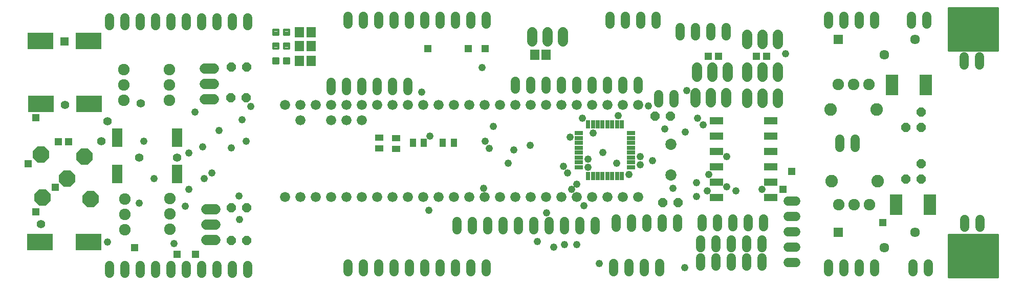
<source format=gts>
G75*
%MOIN*%
%OFA0B0*%
%FSLAX25Y25*%
%IPPOS*%
%LPD*%
%AMOC8*
5,1,8,0,0,1.08239X$1,22.5*
%
%ADD10C,0.01600*%
%ADD11OC8,0.06000*%
%ADD12C,0.06800*%
%ADD13OC8,0.10800*%
%ADD14R,0.08700X0.05100*%
%ADD15C,0.06600*%
%ADD16C,0.07550*%
%ADD17R,0.05800X0.03000*%
%ADD18R,0.03000X0.05800*%
%ADD19C,0.07300*%
%ADD20C,0.06000*%
%ADD21R,0.16548X0.10643*%
%ADD22R,0.06981X0.11902*%
%ADD23R,0.03950X0.05524*%
%ADD24R,0.05524X0.03950*%
%ADD25R,0.06343X0.06343*%
%ADD26C,0.06343*%
%ADD27R,0.07887X0.13398*%
%ADD28C,0.08200*%
%ADD29R,0.05918X0.06706*%
%ADD30C,0.01421*%
%ADD31R,0.02769X0.13792*%
%ADD32R,0.02375X0.02769*%
%ADD33R,0.05918X0.13792*%
%ADD34R,0.04737X0.05131*%
%ADD35R,0.05131X0.04737*%
%ADD36C,0.04762*%
%ADD37R,0.04762X0.04762*%
%ADD38C,0.05550*%
%ADD39R,0.05550X0.05550*%
%ADD40R,0.03900X0.03900*%
%ADD41C,0.03900*%
D10*
X0719526Y0125902D02*
X0751022Y0125902D01*
X0751022Y0153461D01*
X0719526Y0153461D01*
X0719526Y0125902D01*
X0719526Y0127130D02*
X0751022Y0127130D01*
X0751022Y0128729D02*
X0719526Y0128729D01*
X0719526Y0130327D02*
X0751022Y0130327D01*
X0751022Y0131926D02*
X0719526Y0131926D01*
X0719526Y0133524D02*
X0751022Y0133524D01*
X0751022Y0135123D02*
X0719526Y0135123D01*
X0719526Y0136721D02*
X0751022Y0136721D01*
X0751022Y0138320D02*
X0719526Y0138320D01*
X0719526Y0139918D02*
X0751022Y0139918D01*
X0751022Y0141517D02*
X0719526Y0141517D01*
X0719526Y0143115D02*
X0751022Y0143115D01*
X0751022Y0144714D02*
X0719526Y0144714D01*
X0719526Y0146312D02*
X0751022Y0146312D01*
X0751022Y0147911D02*
X0719526Y0147911D01*
X0719526Y0149509D02*
X0751022Y0149509D01*
X0751022Y0151108D02*
X0719526Y0151108D01*
X0719526Y0152706D02*
X0751022Y0152706D01*
X0751022Y0273539D02*
X0719526Y0273539D01*
X0719526Y0301098D01*
X0751022Y0301098D01*
X0751022Y0273539D01*
X0751022Y0274193D02*
X0719526Y0274193D01*
X0719526Y0275792D02*
X0751022Y0275792D01*
X0751022Y0277390D02*
X0719526Y0277390D01*
X0719526Y0278989D02*
X0751022Y0278989D01*
X0751022Y0280587D02*
X0719526Y0280587D01*
X0719526Y0282186D02*
X0751022Y0282186D01*
X0751022Y0283784D02*
X0719526Y0283784D01*
X0719526Y0285383D02*
X0751022Y0285383D01*
X0751022Y0286981D02*
X0719526Y0286981D01*
X0719526Y0288580D02*
X0751022Y0288580D01*
X0751022Y0290178D02*
X0719526Y0290178D01*
X0719526Y0291777D02*
X0751022Y0291777D01*
X0751022Y0293375D02*
X0719526Y0293375D01*
X0719526Y0294974D02*
X0751022Y0294974D01*
X0751022Y0296572D02*
X0719526Y0296572D01*
X0719526Y0298171D02*
X0751022Y0298171D01*
X0751022Y0299769D02*
X0719526Y0299769D01*
D11*
X0701396Y0233264D03*
X0701396Y0223264D03*
X0691396Y0223264D03*
X0701396Y0199799D03*
X0701396Y0189799D03*
X0691396Y0189799D03*
X0543148Y0174209D03*
X0533148Y0174209D03*
X0538089Y0230665D03*
X0528089Y0230665D03*
X0261573Y0242634D03*
X0251573Y0242634D03*
X0251967Y0262594D03*
X0261967Y0262594D03*
X0261967Y0171020D03*
X0251967Y0171020D03*
X0251967Y0149681D03*
X0261967Y0149681D03*
D12*
X0241581Y0149988D02*
X0235581Y0149988D01*
X0235581Y0159988D02*
X0241581Y0159988D01*
X0241581Y0169988D02*
X0235581Y0169988D01*
X0234793Y0241650D02*
X0240793Y0241650D01*
X0240793Y0251650D02*
X0234793Y0251650D01*
X0234793Y0261650D02*
X0240793Y0261650D01*
X0448112Y0279382D02*
X0448112Y0285382D01*
X0458112Y0285382D02*
X0458112Y0279382D01*
X0468112Y0279382D02*
X0468112Y0285382D01*
X0555297Y0262374D02*
X0555297Y0256374D01*
X0565297Y0256374D02*
X0565297Y0262374D01*
X0575297Y0262374D02*
X0575297Y0256374D01*
X0587974Y0256453D02*
X0587974Y0262453D01*
X0597974Y0262453D02*
X0597974Y0256453D01*
X0607974Y0256453D02*
X0607974Y0262453D01*
X0608100Y0277835D02*
X0608100Y0283835D01*
X0598100Y0283835D02*
X0598100Y0277835D01*
X0588100Y0277835D02*
X0588100Y0283835D01*
X0587974Y0245366D02*
X0587974Y0239366D01*
X0597974Y0239366D02*
X0597974Y0245366D01*
X0607974Y0245366D02*
X0607974Y0239366D01*
X0574510Y0239681D02*
X0574510Y0245681D01*
X0564510Y0245681D02*
X0564510Y0239681D01*
X0554510Y0239681D02*
X0554510Y0245681D01*
D13*
X0160510Y0176807D03*
X0145116Y0189878D03*
X0129014Y0177516D03*
X0128069Y0205665D03*
X0156415Y0204484D03*
D14*
X0567889Y0207634D03*
X0567889Y0217634D03*
X0567889Y0227634D03*
X0603289Y0227634D03*
X0603289Y0217634D03*
X0603289Y0207634D03*
X0603289Y0197634D03*
X0603289Y0187634D03*
X0603289Y0177634D03*
X0567889Y0177634D03*
X0567889Y0187634D03*
X0567889Y0197634D03*
D15*
X0517100Y0177862D03*
X0507100Y0177862D03*
X0497100Y0177862D03*
X0487100Y0177862D03*
X0477100Y0177862D03*
X0467100Y0177862D03*
X0457100Y0177862D03*
X0447100Y0177862D03*
X0437100Y0177862D03*
X0427100Y0177862D03*
X0417100Y0177862D03*
X0407100Y0177862D03*
X0397100Y0177862D03*
X0387100Y0177862D03*
X0377100Y0177862D03*
X0367100Y0177862D03*
X0357100Y0177862D03*
X0347100Y0177862D03*
X0337100Y0177862D03*
X0327100Y0177862D03*
X0317100Y0177862D03*
X0307100Y0177862D03*
X0297100Y0177862D03*
X0287100Y0177862D03*
X0297100Y0227862D03*
X0297100Y0237862D03*
X0287100Y0237862D03*
X0307100Y0237862D03*
X0317100Y0237862D03*
X0327100Y0237862D03*
X0337100Y0237862D03*
X0347100Y0237862D03*
X0357100Y0237862D03*
X0367100Y0237862D03*
X0377100Y0237862D03*
X0387100Y0237862D03*
X0397100Y0237862D03*
X0407100Y0237862D03*
X0417100Y0237862D03*
X0427100Y0237862D03*
X0437100Y0237862D03*
X0447100Y0237862D03*
X0457100Y0237862D03*
X0467100Y0237862D03*
X0477100Y0237862D03*
X0487100Y0237862D03*
X0497100Y0237862D03*
X0507100Y0237862D03*
X0517100Y0237862D03*
X0337100Y0227862D03*
X0327100Y0227862D03*
X0317100Y0227862D03*
D16*
X0211793Y0240941D03*
X0211793Y0250941D03*
X0211793Y0260941D03*
X0181998Y0260862D03*
X0181998Y0250862D03*
X0181998Y0240862D03*
X0182675Y0176650D03*
X0182675Y0166650D03*
X0182675Y0156650D03*
X0212085Y0157043D03*
X0212085Y0167043D03*
X0212085Y0177043D03*
X0647852Y0173146D03*
X0657852Y0173146D03*
X0667852Y0173146D03*
X0667360Y0251394D03*
X0657360Y0251394D03*
X0647360Y0251394D03*
D17*
X0512323Y0219531D03*
X0512323Y0216382D03*
X0512323Y0213232D03*
X0512323Y0210083D03*
X0512323Y0206933D03*
X0512323Y0203783D03*
X0512323Y0200634D03*
X0512323Y0197484D03*
X0478523Y0197484D03*
X0478523Y0200634D03*
X0478523Y0203783D03*
X0478523Y0206933D03*
X0478523Y0210083D03*
X0478523Y0213232D03*
X0478523Y0216382D03*
X0478523Y0219531D03*
D18*
X0484400Y0225408D03*
X0487549Y0225408D03*
X0490699Y0225408D03*
X0493848Y0225408D03*
X0496998Y0225408D03*
X0500148Y0225408D03*
X0503297Y0225408D03*
X0506447Y0225408D03*
X0506447Y0191608D03*
X0503297Y0191608D03*
X0500148Y0191608D03*
X0496998Y0191608D03*
X0493848Y0191608D03*
X0490699Y0191608D03*
X0487549Y0191608D03*
X0484400Y0191608D03*
D19*
X0538435Y0192185D03*
X0538435Y0212185D03*
D20*
X0172557Y0133423D02*
X0172557Y0128223D01*
X0182557Y0128223D02*
X0182557Y0133423D01*
X0192557Y0133423D02*
X0192557Y0128223D01*
X0202557Y0128223D02*
X0202557Y0133423D01*
X0212557Y0133423D02*
X0212557Y0128223D01*
X0222557Y0128223D02*
X0222557Y0133423D01*
X0232557Y0133423D02*
X0232557Y0128223D01*
X0242557Y0128223D02*
X0242557Y0133423D01*
X0252557Y0133423D02*
X0252557Y0128223D01*
X0262557Y0128223D02*
X0262557Y0133423D01*
X0328069Y0134407D02*
X0328069Y0129207D01*
X0338069Y0129207D02*
X0338069Y0134407D01*
X0348069Y0134407D02*
X0348069Y0129207D01*
X0358069Y0129207D02*
X0358069Y0134407D01*
X0368069Y0134407D02*
X0368069Y0129207D01*
X0378069Y0129207D02*
X0378069Y0134407D01*
X0388069Y0134407D02*
X0388069Y0129207D01*
X0398069Y0129207D02*
X0398069Y0134407D01*
X0408069Y0134407D02*
X0408069Y0129207D01*
X0418069Y0129207D02*
X0418069Y0134407D01*
X0418935Y0156766D02*
X0418935Y0161966D01*
X0408935Y0161966D02*
X0408935Y0156766D01*
X0398935Y0156766D02*
X0398935Y0161966D01*
X0428935Y0161966D02*
X0428935Y0156766D01*
X0438935Y0156766D02*
X0438935Y0161966D01*
X0448935Y0161966D02*
X0448935Y0156766D01*
X0458935Y0156766D02*
X0458935Y0161966D01*
X0468935Y0161966D02*
X0468935Y0156766D01*
X0478935Y0156766D02*
X0478935Y0161966D01*
X0488935Y0161966D02*
X0488935Y0156766D01*
X0502872Y0158490D02*
X0502872Y0163690D01*
X0512872Y0163690D02*
X0512872Y0158490D01*
X0522872Y0158490D02*
X0522872Y0163690D01*
X0532872Y0163690D02*
X0532872Y0158490D01*
X0542872Y0158490D02*
X0542872Y0163690D01*
X0558667Y0163738D02*
X0558667Y0158538D01*
X0568667Y0158538D02*
X0568667Y0163738D01*
X0578667Y0163738D02*
X0578667Y0158538D01*
X0588667Y0158538D02*
X0588667Y0163738D01*
X0598667Y0163738D02*
X0598667Y0158538D01*
X0614563Y0155429D02*
X0619763Y0155429D01*
X0619763Y0145429D02*
X0614563Y0145429D01*
X0597793Y0144955D02*
X0597793Y0150155D01*
X0587793Y0150155D02*
X0587793Y0144955D01*
X0587793Y0138344D02*
X0587793Y0133144D01*
X0597793Y0133144D02*
X0597793Y0138344D01*
X0614563Y0135429D02*
X0619763Y0135429D01*
X0640963Y0134407D02*
X0640963Y0129207D01*
X0650963Y0129207D02*
X0650963Y0134407D01*
X0660963Y0134407D02*
X0660963Y0129207D01*
X0670963Y0129207D02*
X0670963Y0134407D01*
X0696081Y0134407D02*
X0696081Y0129207D01*
X0706081Y0129207D02*
X0706081Y0134407D01*
X0729545Y0158243D02*
X0729545Y0163443D01*
X0739545Y0163443D02*
X0739545Y0158243D01*
X0658344Y0210408D02*
X0658344Y0215608D01*
X0648344Y0215608D02*
X0648344Y0210408D01*
X0619763Y0175429D02*
X0614563Y0175429D01*
X0614563Y0165429D02*
X0619763Y0165429D01*
X0577793Y0150155D02*
X0577793Y0144955D01*
X0567793Y0144955D02*
X0567793Y0150155D01*
X0557793Y0150155D02*
X0557793Y0144955D01*
X0557793Y0138344D02*
X0557793Y0133144D01*
X0567793Y0133144D02*
X0567793Y0138344D01*
X0577793Y0138344D02*
X0577793Y0133144D01*
X0530938Y0134607D02*
X0530938Y0129407D01*
X0520938Y0129407D02*
X0520938Y0134607D01*
X0510938Y0134607D02*
X0510938Y0129407D01*
X0500938Y0129407D02*
X0500938Y0134607D01*
X0530234Y0239443D02*
X0530234Y0244643D01*
X0517203Y0248302D02*
X0517203Y0253502D01*
X0507203Y0253502D02*
X0507203Y0248302D01*
X0497203Y0248302D02*
X0497203Y0253502D01*
X0487203Y0253502D02*
X0487203Y0248302D01*
X0477203Y0248302D02*
X0477203Y0253502D01*
X0467203Y0253502D02*
X0467203Y0248302D01*
X0457203Y0248302D02*
X0457203Y0253502D01*
X0447203Y0253502D02*
X0447203Y0248302D01*
X0437203Y0248302D02*
X0437203Y0253502D01*
X0367065Y0252517D02*
X0367065Y0247317D01*
X0357065Y0247317D02*
X0357065Y0252517D01*
X0347065Y0252517D02*
X0347065Y0247317D01*
X0337065Y0247317D02*
X0337065Y0252517D01*
X0327065Y0252517D02*
X0327065Y0247317D01*
X0317065Y0247317D02*
X0317065Y0252517D01*
X0328069Y0290624D02*
X0328069Y0295824D01*
X0338069Y0295824D02*
X0338069Y0290624D01*
X0348069Y0290624D02*
X0348069Y0295824D01*
X0358069Y0295824D02*
X0358069Y0290624D01*
X0368069Y0290624D02*
X0368069Y0295824D01*
X0378069Y0295824D02*
X0378069Y0290624D01*
X0388069Y0290624D02*
X0388069Y0295824D01*
X0398069Y0295824D02*
X0398069Y0290624D01*
X0408069Y0290624D02*
X0408069Y0295824D01*
X0418069Y0295824D02*
X0418069Y0290624D01*
X0498738Y0290624D02*
X0498738Y0295824D01*
X0508738Y0295824D02*
X0508738Y0290624D01*
X0518738Y0290624D02*
X0518738Y0295824D01*
X0528738Y0295824D02*
X0528738Y0290624D01*
X0544211Y0288210D02*
X0544211Y0283010D01*
X0554211Y0283010D02*
X0554211Y0288210D01*
X0564211Y0288210D02*
X0564211Y0283010D01*
X0574211Y0283010D02*
X0574211Y0288210D01*
X0640963Y0290624D02*
X0640963Y0295824D01*
X0650963Y0295824D02*
X0650963Y0290624D01*
X0660963Y0290624D02*
X0660963Y0295824D01*
X0670963Y0295824D02*
X0670963Y0290624D01*
X0695077Y0290624D02*
X0695077Y0295824D01*
X0705077Y0295824D02*
X0705077Y0290624D01*
X0729526Y0269250D02*
X0729526Y0264050D01*
X0739526Y0264050D02*
X0739526Y0269250D01*
X0540234Y0244643D02*
X0540234Y0239443D01*
X0262557Y0289640D02*
X0262557Y0294840D01*
X0252557Y0294840D02*
X0252557Y0289640D01*
X0242557Y0289640D02*
X0242557Y0294840D01*
X0232557Y0294840D02*
X0232557Y0289640D01*
X0222557Y0289640D02*
X0222557Y0294840D01*
X0212557Y0294840D02*
X0212557Y0289640D01*
X0202557Y0289640D02*
X0202557Y0294840D01*
X0192557Y0294840D02*
X0192557Y0289640D01*
X0182557Y0289640D02*
X0182557Y0294840D01*
X0172557Y0294840D02*
X0172557Y0289640D01*
D21*
X0159156Y0279642D03*
X0127659Y0279642D03*
X0128022Y0238547D03*
X0159518Y0238547D03*
X0158959Y0148539D03*
X0127463Y0148539D03*
D22*
X0177746Y0192972D03*
X0216801Y0192972D03*
X0216801Y0216831D03*
X0177746Y0216831D03*
D23*
X0370321Y0213461D03*
X0377407Y0213461D03*
X0389833Y0213461D03*
X0396919Y0213461D03*
D24*
X0359329Y0216413D03*
X0348423Y0216665D03*
X0348423Y0209579D03*
X0359329Y0209327D03*
D25*
X0647380Y0154858D03*
X0647380Y0280843D03*
D26*
X0677380Y0270843D03*
X0697380Y0280843D03*
X0697380Y0154858D03*
X0677380Y0144858D03*
D27*
X0684880Y0173146D03*
X0706927Y0173146D03*
X0704467Y0250902D03*
X0682419Y0250902D03*
D28*
X0672518Y0235154D03*
X0642518Y0235154D03*
X0643010Y0188402D03*
X0673010Y0188402D03*
D29*
X0457026Y0270587D03*
X0449545Y0270587D03*
X0303974Y0266650D03*
X0296494Y0266650D03*
X0296494Y0276492D03*
X0303974Y0276492D03*
X0303974Y0285350D03*
X0296494Y0285350D03*
D30*
X0289597Y0287008D02*
X0289597Y0283692D01*
X0286281Y0283692D01*
X0286281Y0287008D01*
X0289597Y0287008D01*
X0289597Y0285112D02*
X0286281Y0285112D01*
X0286281Y0286532D02*
X0289597Y0286532D01*
X0282691Y0287008D02*
X0282691Y0283692D01*
X0279375Y0283692D01*
X0279375Y0287008D01*
X0282691Y0287008D01*
X0282691Y0285112D02*
X0279375Y0285112D01*
X0279375Y0286532D02*
X0282691Y0286532D01*
X0282691Y0278150D02*
X0282691Y0274834D01*
X0279375Y0274834D01*
X0279375Y0278150D01*
X0282691Y0278150D01*
X0282691Y0276254D02*
X0279375Y0276254D01*
X0279375Y0277674D02*
X0282691Y0277674D01*
X0289597Y0278150D02*
X0289597Y0274834D01*
X0286281Y0274834D01*
X0286281Y0278150D01*
X0289597Y0278150D01*
X0289597Y0276254D02*
X0286281Y0276254D01*
X0286281Y0277674D02*
X0289597Y0277674D01*
X0289597Y0268308D02*
X0289597Y0264992D01*
X0286281Y0264992D01*
X0286281Y0268308D01*
X0289597Y0268308D01*
X0289597Y0266412D02*
X0286281Y0266412D01*
X0286281Y0267832D02*
X0289597Y0267832D01*
X0282691Y0268308D02*
X0282691Y0264992D01*
X0279375Y0264992D01*
X0279375Y0268308D01*
X0282691Y0268308D01*
X0282691Y0266412D02*
X0279375Y0266412D01*
X0279375Y0267832D02*
X0282691Y0267832D01*
D31*
X0728876Y0288303D03*
X0740687Y0288303D03*
X0740687Y0138697D03*
X0728876Y0138697D03*
D32*
X0727498Y0138697D03*
X0742065Y0138697D03*
X0742065Y0288303D03*
X0727498Y0288303D03*
D33*
X0734781Y0288303D03*
X0734781Y0138697D03*
D34*
X0600825Y0269602D03*
X0594132Y0269602D03*
X0569329Y0269602D03*
X0562636Y0269602D03*
D35*
X0146100Y0213992D03*
X0139407Y0213992D03*
D36*
X0194919Y0214484D03*
X0224447Y0206610D03*
X0233305Y0210547D03*
X0244132Y0221374D03*
X0258896Y0228264D03*
X0264801Y0237122D03*
X0228384Y0233185D03*
X0261848Y0214484D03*
X0252006Y0210055D03*
X0239211Y0193815D03*
X0234289Y0189878D03*
X0224447Y0182988D03*
X0201809Y0189878D03*
X0191967Y0174130D03*
X0221986Y0172161D03*
X0256927Y0178559D03*
X0257419Y0163303D03*
X0214604Y0147555D03*
X0171297Y0148539D03*
X0380632Y0169512D03*
X0416380Y0183811D03*
X0432467Y0199898D03*
X0436041Y0208835D03*
X0446766Y0211516D03*
X0472683Y0216878D03*
X0487876Y0219559D03*
X0480726Y0229390D03*
X0503963Y0231177D03*
X0523624Y0237433D03*
X0534348Y0222240D03*
X0547754Y0220453D03*
X0559372Y0224921D03*
X0555797Y0229390D03*
X0548648Y0247264D03*
X0612994Y0271394D03*
X0574565Y0204366D03*
X0562947Y0192748D03*
X0554904Y0187386D03*
X0539711Y0183811D03*
X0554904Y0178449D03*
X0562053Y0182024D03*
X0574565Y0184705D03*
X0580821Y0182024D03*
X0597801Y0182917D03*
X0526305Y0201685D03*
X0518262Y0199004D03*
X0518262Y0204366D03*
X0503069Y0199898D03*
X0511112Y0192748D03*
X0494132Y0207047D03*
X0484301Y0202579D03*
X0484301Y0197217D03*
X0470896Y0193642D03*
X0468215Y0198110D03*
X0477152Y0186492D03*
X0473577Y0182917D03*
X0481620Y0172193D03*
X0457490Y0167724D03*
X0451234Y0148957D03*
X0461959Y0145382D03*
X0469108Y0147169D03*
X0477152Y0147169D03*
X0491844Y0134764D03*
X0547478Y0132008D03*
X0419955Y0209728D03*
X0417274Y0214197D03*
X0422636Y0224028D03*
X0381526Y0217772D03*
X0376163Y0246370D03*
X0415486Y0262457D03*
D37*
X0417360Y0274524D03*
X0406533Y0274524D03*
X0379959Y0274524D03*
X0611258Y0182988D03*
X0617163Y0194799D03*
X0676219Y0161335D03*
X0228876Y0140665D03*
X0216573Y0140665D03*
X0189014Y0145094D03*
X0124545Y0168224D03*
X0137341Y0184465D03*
X0119624Y0199720D03*
X0124545Y0229740D03*
D38*
X0143738Y0238106D03*
X0171297Y0227280D03*
X0192951Y0239091D03*
X0167360Y0214484D03*
X0191967Y0203657D03*
X0216573Y0203657D03*
X0127990Y0160350D03*
D39*
X0143246Y0279445D03*
D40*
X0733482Y0279720D03*
X0735982Y0279720D03*
X0735982Y0282220D03*
X0733482Y0282220D03*
X0733482Y0284720D03*
X0735982Y0284720D03*
X0735982Y0287220D03*
X0733482Y0287220D03*
X0733482Y0289720D03*
X0735982Y0289720D03*
X0735982Y0292220D03*
X0733482Y0292220D03*
X0733482Y0294720D03*
X0735982Y0294720D03*
X0735982Y0297220D03*
X0733482Y0297220D03*
X0733482Y0147417D03*
X0733482Y0144917D03*
X0733482Y0142417D03*
X0733482Y0139917D03*
X0733482Y0137417D03*
X0733482Y0134917D03*
X0733482Y0132417D03*
X0733482Y0129917D03*
X0735982Y0129917D03*
X0735982Y0132417D03*
X0735982Y0134917D03*
X0735982Y0137417D03*
X0735982Y0139917D03*
X0735982Y0142417D03*
X0735982Y0144917D03*
X0736041Y0147417D03*
D41*
X0738482Y0147417D03*
X0730982Y0147417D03*
X0730982Y0129917D03*
X0738482Y0129917D03*
X0738482Y0279720D03*
X0730982Y0279720D03*
X0730982Y0297220D03*
X0738482Y0297220D03*
M02*

</source>
